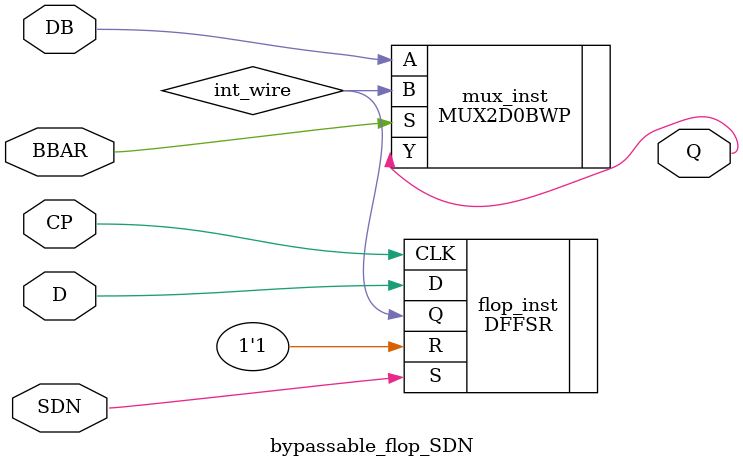
<source format=v>
module bypassable_flop_SDN(
input BBAR,
input DB,
input D,
input CP,
input SDN,
output Q
);

wire int_wire;

MUX2D0BWP mux_inst (
.A(DB),
.B(int_wire),
.S(BBAR),
.Y(Q)
);

DFFSR flop_inst (
.D(D),
.Q(int_wire),
.R(1'b1),
.S(SDN),
.CLK(CP)
);
endmodule


</source>
